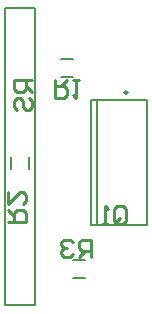
<source format=gbo>
G04*
G04 #@! TF.GenerationSoftware,Altium Limited,Altium Designer,19.1.6 (110)*
G04*
G04 Layer_Color=32896*
%FSLAX42Y42*%
%MOMM*%
G71*
G01*
G75*
%ADD10C,0.25*%
%ADD11C,0.20*%
%ADD12C,0.25*%
D10*
X1112Y1995D02*
G03*
X1112Y1995I-12J0D01*
G01*
D11*
X327Y193D02*
Y2707D01*
X73Y193D02*
X327D01*
X73D02*
Y2707D01*
X327D01*
X550Y2275D02*
X650D01*
X550Y2125D02*
X650D01*
X125Y1350D02*
Y1450D01*
X275Y1350D02*
Y1450D01*
X650Y425D02*
X750D01*
X650Y575D02*
X750D01*
X856Y870D02*
Y1930D01*
X806Y870D02*
Y1930D01*
X1277Y870D02*
Y1930D01*
X806Y870D02*
X1277D01*
X806Y1930D02*
X1277D01*
D12*
X300Y2100D02*
X150D01*
Y2025D01*
X175Y2000D01*
X225D01*
X250Y2025D01*
Y2100D01*
Y2050D02*
X300Y2000D01*
X175Y1850D02*
X150Y1875D01*
Y1925D01*
X175Y1950D01*
X200D01*
X225Y1925D01*
Y1875D01*
X250Y1850D01*
X275D01*
X300Y1875D01*
Y1925D01*
X275Y1950D01*
X500Y2100D02*
Y1950D01*
X575D01*
X600Y1975D01*
Y2025D01*
X575Y2050D01*
X500D01*
X550D02*
X600Y2100D01*
X650D02*
X700D01*
X675D01*
Y1950D01*
X650Y1975D01*
X100Y900D02*
X250D01*
Y975D01*
X225Y1000D01*
X175D01*
X150Y975D01*
Y900D01*
Y950D02*
X100Y1000D01*
Y1150D02*
Y1050D01*
X200Y1150D01*
X225D01*
X250Y1125D01*
Y1075D01*
X225Y1050D01*
X800Y600D02*
Y750D01*
X725D01*
X700Y725D01*
Y675D01*
X725Y650D01*
X800D01*
X750D02*
X700Y600D01*
X650Y725D02*
X625Y750D01*
X575D01*
X550Y725D01*
Y700D01*
X575Y675D01*
X600D01*
X575D01*
X550Y650D01*
Y625D01*
X575Y600D01*
X625D01*
X650Y625D01*
X1000Y906D02*
Y1006D01*
X1025Y1031D01*
X1075D01*
X1100Y1006D01*
Y906D01*
X1075Y881D01*
X1025D01*
X1050Y931D02*
X1000Y881D01*
X1025D02*
X1000Y906D01*
X950Y881D02*
X900D01*
X925D01*
Y1031D01*
X950Y1006D01*
M02*

</source>
